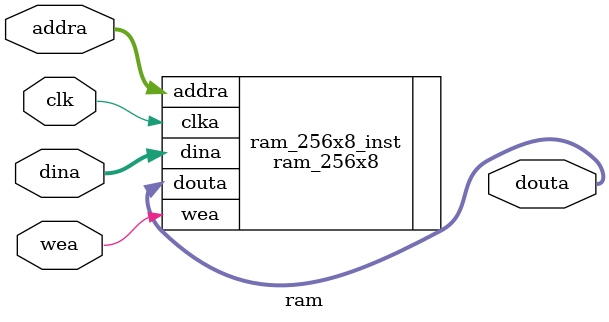
<source format=v>
`timescale 1ns / 1ns


module ram(
    input wire          clk,
    input wire [7:0]    addra,      //ÊäÈëram¶ÁÐ´µØÖ·
    input wire [7:0]    dina,       //ÊäÈëramÐ´ÈëµØÖ·
    input wire          wea,        //ÊäÈëramÐ´Ê¹ÄÜ
    output wire [7:0]   douta       //Êä³ö¶ÁramÊý¾Ý
    );

    ram_256x8 ram_256x8_inst(
        .clka(clk),
        .addra(addra),
        .dina(dina),
        .wea(wea),
        .douta(douta)
    );
endmodule

</source>
